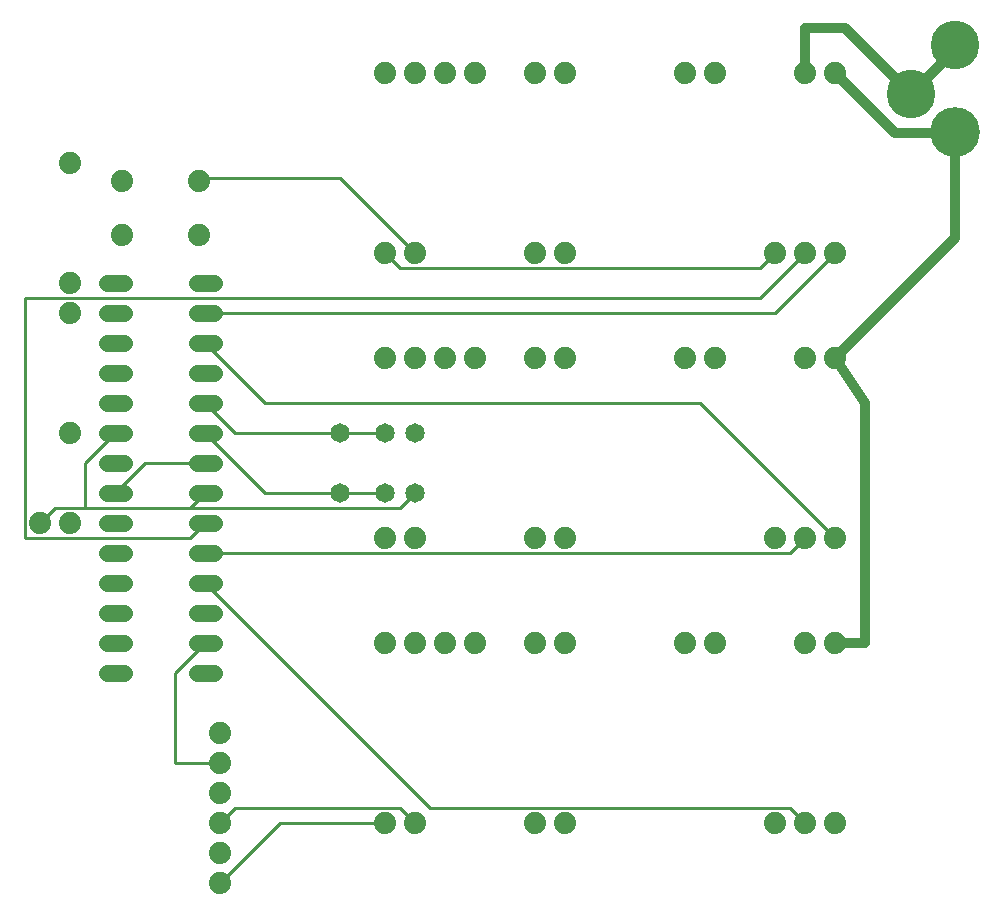
<source format=gbl>
G75*
G70*
%OFA0B0*%
%FSLAX24Y24*%
%IPPOS*%
%LPD*%
%AMOC8*
5,1,8,0,0,1.08239X$1,22.5*
%
%ADD10C,0.0560*%
%ADD11C,0.0650*%
%ADD12C,0.1660*%
%ADD13C,0.1620*%
%ADD14C,0.0740*%
%ADD15C,0.0100*%
%ADD16C,0.0320*%
D10*
X004406Y009181D02*
X004966Y009181D01*
X004966Y010181D02*
X004406Y010181D01*
X004406Y011181D02*
X004966Y011181D01*
X004966Y012181D02*
X004406Y012181D01*
X004406Y013181D02*
X004966Y013181D01*
X004966Y014181D02*
X004406Y014181D01*
X004406Y015181D02*
X004966Y015181D01*
X004966Y016181D02*
X004406Y016181D01*
X004406Y017181D02*
X004966Y017181D01*
X004966Y018181D02*
X004406Y018181D01*
X004406Y019181D02*
X004966Y019181D01*
X004966Y020181D02*
X004406Y020181D01*
X004406Y021181D02*
X004966Y021181D01*
X004966Y022181D02*
X004406Y022181D01*
X007406Y022181D02*
X007966Y022181D01*
X007966Y021181D02*
X007406Y021181D01*
X007406Y020181D02*
X007966Y020181D01*
X007966Y019181D02*
X007406Y019181D01*
X007406Y018181D02*
X007966Y018181D01*
X007966Y017181D02*
X007406Y017181D01*
X007406Y016181D02*
X007966Y016181D01*
X007966Y015181D02*
X007406Y015181D01*
X007406Y014181D02*
X007966Y014181D01*
X007966Y013181D02*
X007406Y013181D01*
X007406Y012181D02*
X007966Y012181D01*
X007966Y011181D02*
X007406Y011181D01*
X007406Y010181D02*
X007966Y010181D01*
X007966Y009181D02*
X007406Y009181D01*
D11*
X012186Y015181D03*
X013686Y015181D03*
X014686Y015181D03*
X014686Y017181D03*
X013686Y017181D03*
X012186Y017181D03*
D12*
X032686Y027218D03*
D13*
X031205Y028469D03*
X032676Y030100D03*
D14*
X028686Y029181D03*
X027686Y029181D03*
X024686Y029181D03*
X023686Y029181D03*
X019686Y029181D03*
X018686Y029181D03*
X016686Y029181D03*
X015686Y029181D03*
X014686Y029181D03*
X013686Y029181D03*
X007466Y025571D03*
X007466Y023791D03*
X004906Y023791D03*
X003186Y022181D03*
X003186Y021181D03*
X003186Y017181D03*
X003186Y014181D03*
X002186Y014181D03*
X008186Y007181D03*
X008186Y006181D03*
X008186Y005181D03*
X008186Y004181D03*
X008186Y003181D03*
X008186Y002181D03*
X013686Y004181D03*
X014686Y004181D03*
X018686Y004181D03*
X019686Y004181D03*
X019686Y010181D03*
X018686Y010181D03*
X016686Y010181D03*
X015686Y010181D03*
X014686Y010181D03*
X013686Y010181D03*
X013686Y013681D03*
X014686Y013681D03*
X018686Y013681D03*
X019686Y013681D03*
X023686Y010181D03*
X024686Y010181D03*
X027686Y010181D03*
X028686Y010181D03*
X028686Y013681D03*
X027686Y013681D03*
X026686Y013681D03*
X027686Y019681D03*
X028686Y019681D03*
X028686Y023181D03*
X027686Y023181D03*
X026686Y023181D03*
X024686Y019681D03*
X023686Y019681D03*
X019686Y019681D03*
X018686Y019681D03*
X016686Y019681D03*
X015686Y019681D03*
X014686Y019681D03*
X013686Y019681D03*
X013686Y023181D03*
X014686Y023181D03*
X018686Y023181D03*
X019686Y023181D03*
X004906Y025571D03*
X003186Y026181D03*
X026686Y004181D03*
X027686Y004181D03*
X028686Y004181D03*
D15*
X008186Y006181D02*
X006686Y006181D01*
X006686Y009181D01*
X007686Y010181D01*
X007686Y012181D02*
X015186Y004681D01*
X027186Y004681D01*
X027686Y004181D01*
X027186Y013181D02*
X027686Y013681D01*
X027186Y013181D02*
X007686Y013181D01*
X007186Y013681D02*
X001686Y013681D01*
X001686Y021681D01*
X026186Y021681D01*
X027686Y023181D01*
X026686Y023181D02*
X026186Y022681D01*
X014186Y022681D01*
X013686Y023181D01*
X014686Y023181D02*
X012186Y025681D01*
X007686Y025681D01*
X007466Y025571D01*
X007686Y021181D02*
X026686Y021181D01*
X028686Y023181D01*
X032686Y027181D02*
X032686Y027218D01*
X024186Y018181D02*
X028686Y013681D01*
X024186Y018181D02*
X009686Y018181D01*
X007686Y020181D01*
X007686Y018181D02*
X008686Y017181D01*
X012186Y017181D01*
X013686Y017181D01*
X013686Y015181D02*
X012186Y015181D01*
X009686Y015181D01*
X007686Y017181D01*
X007686Y016181D02*
X005686Y016181D01*
X004686Y015181D01*
X003686Y014681D02*
X003686Y016181D01*
X004686Y017181D01*
X003686Y014681D02*
X002686Y014681D01*
X002186Y014181D01*
X003686Y014681D02*
X007186Y014681D01*
X014186Y014681D01*
X014686Y015181D01*
X007686Y015181D02*
X007186Y014681D01*
X007686Y014181D02*
X007186Y013681D01*
X008686Y004681D02*
X014186Y004681D01*
X014686Y004181D01*
X013686Y004181D02*
X010186Y004181D01*
X008186Y002181D01*
X008186Y004181D02*
X008686Y004681D01*
D16*
X028686Y010181D02*
X029686Y010181D01*
X029686Y018181D01*
X028686Y019681D01*
X032686Y023681D01*
X032686Y027181D01*
X032650Y027181D02*
X032686Y027218D01*
X032650Y027181D02*
X030686Y027181D01*
X028686Y029181D01*
X027686Y029181D02*
X027686Y030681D01*
X028993Y030681D01*
X031205Y028469D01*
X032676Y029940D01*
X032676Y030100D01*
M02*

</source>
